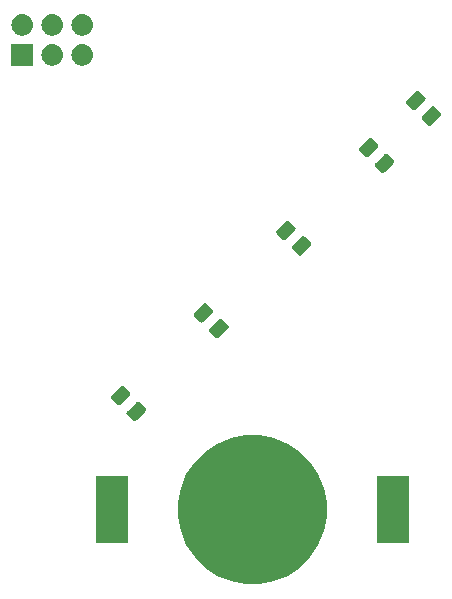
<source format=gbs>
G04 #@! TF.GenerationSoftware,KiCad,Pcbnew,5.1.4-e60b266~84~ubuntu19.04.1*
G04 #@! TF.CreationDate,2019-10-10T20:23:52-06:00*
G04 #@! TF.ProjectId,Christmas Card,43687269-7374-46d6-9173-20436172642e,rev?*
G04 #@! TF.SameCoordinates,Original*
G04 #@! TF.FileFunction,Soldermask,Bot*
G04 #@! TF.FilePolarity,Negative*
%FSLAX46Y46*%
G04 Gerber Fmt 4.6, Leading zero omitted, Abs format (unit mm)*
G04 Created by KiCad (PCBNEW 5.1.4-e60b266~84~ubuntu19.04.1) date 2019-10-10 20:23:52*
%MOMM*%
%LPD*%
G04 APERTURE LIST*
%ADD10C,0.100000*%
G04 APERTURE END LIST*
D10*
G36*
X124337933Y-92941143D02*
G01*
X125484641Y-93416125D01*
X125484643Y-93416126D01*
X125744397Y-93589688D01*
X126516653Y-94105693D01*
X127394307Y-94983347D01*
X128083875Y-96015359D01*
X128558857Y-97162067D01*
X128801000Y-98379404D01*
X128801000Y-99620596D01*
X128558857Y-100837933D01*
X128083875Y-101984641D01*
X127394307Y-103016653D01*
X126516653Y-103894307D01*
X125744397Y-104410312D01*
X125484643Y-104583874D01*
X125484642Y-104583875D01*
X125484641Y-104583875D01*
X124337933Y-105058857D01*
X123120596Y-105301000D01*
X121879404Y-105301000D01*
X120662067Y-105058857D01*
X119515359Y-104583875D01*
X119515358Y-104583875D01*
X119515357Y-104583874D01*
X119255603Y-104410312D01*
X118483347Y-103894307D01*
X117605693Y-103016653D01*
X116916125Y-101984641D01*
X116441143Y-100837933D01*
X116199000Y-99620596D01*
X116199000Y-98379404D01*
X116441143Y-97162067D01*
X116916125Y-96015359D01*
X117605693Y-94983347D01*
X118483347Y-94105693D01*
X119255603Y-93589688D01*
X119515357Y-93416126D01*
X119515359Y-93416125D01*
X120662067Y-92941143D01*
X121879404Y-92699000D01*
X123120596Y-92699000D01*
X124337933Y-92941143D01*
X124337933Y-92941143D01*
G37*
G36*
X135756000Y-101831000D02*
G01*
X133054000Y-101831000D01*
X133054000Y-96169000D01*
X135756000Y-96169000D01*
X135756000Y-101831000D01*
X135756000Y-101831000D01*
G37*
G36*
X111946000Y-101831000D02*
G01*
X109244000Y-101831000D01*
X109244000Y-96169000D01*
X111946000Y-96169000D01*
X111946000Y-101831000D01*
X111946000Y-101831000D01*
G37*
G36*
X112853391Y-89841302D02*
G01*
X112892061Y-89853033D01*
X112927700Y-89872083D01*
X112963706Y-89901632D01*
X113003556Y-89941482D01*
X113003562Y-89941487D01*
X113384339Y-90322264D01*
X113384344Y-90322270D01*
X113424194Y-90362120D01*
X113453743Y-90398126D01*
X113472793Y-90433765D01*
X113484524Y-90472435D01*
X113488484Y-90512653D01*
X113484524Y-90552871D01*
X113472793Y-90591541D01*
X113453743Y-90627180D01*
X113424194Y-90663186D01*
X113384344Y-90703036D01*
X113384339Y-90703042D01*
X112703042Y-91384339D01*
X112703036Y-91384344D01*
X112663186Y-91424194D01*
X112627180Y-91453743D01*
X112591541Y-91472793D01*
X112552871Y-91484524D01*
X112512653Y-91488484D01*
X112472435Y-91484524D01*
X112433765Y-91472793D01*
X112398126Y-91453743D01*
X112362120Y-91424194D01*
X112322270Y-91384344D01*
X112322264Y-91384339D01*
X111941487Y-91003562D01*
X111941482Y-91003556D01*
X111901632Y-90963706D01*
X111872083Y-90927700D01*
X111853033Y-90892061D01*
X111841302Y-90853391D01*
X111837342Y-90813173D01*
X111841302Y-90772955D01*
X111853033Y-90734285D01*
X111872083Y-90698646D01*
X111901632Y-90662640D01*
X111941482Y-90622790D01*
X111941487Y-90622784D01*
X112622784Y-89941487D01*
X112622790Y-89941482D01*
X112662640Y-89901632D01*
X112698646Y-89872083D01*
X112734285Y-89853033D01*
X112772955Y-89841302D01*
X112813173Y-89837342D01*
X112853391Y-89841302D01*
X112853391Y-89841302D01*
G37*
G36*
X111527565Y-88515476D02*
G01*
X111566235Y-88527207D01*
X111601874Y-88546257D01*
X111637880Y-88575806D01*
X111677730Y-88615656D01*
X111677736Y-88615661D01*
X112058513Y-88996438D01*
X112058518Y-88996444D01*
X112098368Y-89036294D01*
X112127917Y-89072300D01*
X112146967Y-89107939D01*
X112158698Y-89146609D01*
X112162658Y-89186827D01*
X112158698Y-89227045D01*
X112146967Y-89265715D01*
X112127917Y-89301354D01*
X112098368Y-89337360D01*
X112058518Y-89377210D01*
X112058513Y-89377216D01*
X111377216Y-90058513D01*
X111377210Y-90058518D01*
X111337360Y-90098368D01*
X111301354Y-90127917D01*
X111265715Y-90146967D01*
X111227045Y-90158698D01*
X111186827Y-90162658D01*
X111146609Y-90158698D01*
X111107939Y-90146967D01*
X111072300Y-90127917D01*
X111036294Y-90098368D01*
X110996444Y-90058518D01*
X110996438Y-90058513D01*
X110615661Y-89677736D01*
X110615656Y-89677730D01*
X110575806Y-89637880D01*
X110546257Y-89601874D01*
X110527207Y-89566235D01*
X110515476Y-89527565D01*
X110511516Y-89487347D01*
X110515476Y-89447129D01*
X110527207Y-89408459D01*
X110546257Y-89372820D01*
X110575806Y-89336814D01*
X110615656Y-89296964D01*
X110615661Y-89296958D01*
X111296958Y-88615661D01*
X111296964Y-88615656D01*
X111336814Y-88575806D01*
X111372820Y-88546257D01*
X111408459Y-88527207D01*
X111447129Y-88515476D01*
X111487347Y-88511516D01*
X111527565Y-88515476D01*
X111527565Y-88515476D01*
G37*
G36*
X119853391Y-82841302D02*
G01*
X119892061Y-82853033D01*
X119927700Y-82872083D01*
X119963706Y-82901632D01*
X120003556Y-82941482D01*
X120003562Y-82941487D01*
X120384339Y-83322264D01*
X120384344Y-83322270D01*
X120424194Y-83362120D01*
X120453743Y-83398126D01*
X120472793Y-83433765D01*
X120484524Y-83472435D01*
X120488484Y-83512653D01*
X120484524Y-83552871D01*
X120472793Y-83591541D01*
X120453743Y-83627180D01*
X120424194Y-83663186D01*
X120384344Y-83703036D01*
X120384339Y-83703042D01*
X119703042Y-84384339D01*
X119703036Y-84384344D01*
X119663186Y-84424194D01*
X119627180Y-84453743D01*
X119591541Y-84472793D01*
X119552871Y-84484524D01*
X119512653Y-84488484D01*
X119472435Y-84484524D01*
X119433765Y-84472793D01*
X119398126Y-84453743D01*
X119362120Y-84424194D01*
X119322270Y-84384344D01*
X119322264Y-84384339D01*
X118941487Y-84003562D01*
X118941482Y-84003556D01*
X118901632Y-83963706D01*
X118872083Y-83927700D01*
X118853033Y-83892061D01*
X118841302Y-83853391D01*
X118837342Y-83813173D01*
X118841302Y-83772955D01*
X118853033Y-83734285D01*
X118872083Y-83698646D01*
X118901632Y-83662640D01*
X118941482Y-83622790D01*
X118941487Y-83622784D01*
X119622784Y-82941487D01*
X119622790Y-82941482D01*
X119662640Y-82901632D01*
X119698646Y-82872083D01*
X119734285Y-82853033D01*
X119772955Y-82841302D01*
X119813173Y-82837342D01*
X119853391Y-82841302D01*
X119853391Y-82841302D01*
G37*
G36*
X118527565Y-81515476D02*
G01*
X118566235Y-81527207D01*
X118601874Y-81546257D01*
X118637880Y-81575806D01*
X118677730Y-81615656D01*
X118677736Y-81615661D01*
X119058513Y-81996438D01*
X119058518Y-81996444D01*
X119098368Y-82036294D01*
X119127917Y-82072300D01*
X119146967Y-82107939D01*
X119158698Y-82146609D01*
X119162658Y-82186827D01*
X119158698Y-82227045D01*
X119146967Y-82265715D01*
X119127917Y-82301354D01*
X119098368Y-82337360D01*
X119058518Y-82377210D01*
X119058513Y-82377216D01*
X118377216Y-83058513D01*
X118377210Y-83058518D01*
X118337360Y-83098368D01*
X118301354Y-83127917D01*
X118265715Y-83146967D01*
X118227045Y-83158698D01*
X118186827Y-83162658D01*
X118146609Y-83158698D01*
X118107939Y-83146967D01*
X118072300Y-83127917D01*
X118036294Y-83098368D01*
X117996444Y-83058518D01*
X117996438Y-83058513D01*
X117615661Y-82677736D01*
X117615656Y-82677730D01*
X117575806Y-82637880D01*
X117546257Y-82601874D01*
X117527207Y-82566235D01*
X117515476Y-82527565D01*
X117511516Y-82487347D01*
X117515476Y-82447129D01*
X117527207Y-82408459D01*
X117546257Y-82372820D01*
X117575806Y-82336814D01*
X117615656Y-82296964D01*
X117615661Y-82296958D01*
X118296958Y-81615661D01*
X118296964Y-81615656D01*
X118336814Y-81575806D01*
X118372820Y-81546257D01*
X118408459Y-81527207D01*
X118447129Y-81515476D01*
X118487347Y-81511516D01*
X118527565Y-81515476D01*
X118527565Y-81515476D01*
G37*
G36*
X126853391Y-75841302D02*
G01*
X126892061Y-75853033D01*
X126927700Y-75872083D01*
X126963706Y-75901632D01*
X127003556Y-75941482D01*
X127003562Y-75941487D01*
X127384339Y-76322264D01*
X127384344Y-76322270D01*
X127424194Y-76362120D01*
X127453743Y-76398126D01*
X127472793Y-76433765D01*
X127484524Y-76472435D01*
X127488484Y-76512653D01*
X127484524Y-76552871D01*
X127472793Y-76591541D01*
X127453743Y-76627180D01*
X127424194Y-76663186D01*
X127384344Y-76703036D01*
X127384339Y-76703042D01*
X126703042Y-77384339D01*
X126703036Y-77384344D01*
X126663186Y-77424194D01*
X126627180Y-77453743D01*
X126591541Y-77472793D01*
X126552871Y-77484524D01*
X126512653Y-77488484D01*
X126472435Y-77484524D01*
X126433765Y-77472793D01*
X126398126Y-77453743D01*
X126362120Y-77424194D01*
X126322270Y-77384344D01*
X126322264Y-77384339D01*
X125941487Y-77003562D01*
X125941482Y-77003556D01*
X125901632Y-76963706D01*
X125872083Y-76927700D01*
X125853033Y-76892061D01*
X125841302Y-76853391D01*
X125837342Y-76813173D01*
X125841302Y-76772955D01*
X125853033Y-76734285D01*
X125872083Y-76698646D01*
X125901632Y-76662640D01*
X125941482Y-76622790D01*
X125941487Y-76622784D01*
X126622784Y-75941487D01*
X126622790Y-75941482D01*
X126662640Y-75901632D01*
X126698646Y-75872083D01*
X126734285Y-75853033D01*
X126772955Y-75841302D01*
X126813173Y-75837342D01*
X126853391Y-75841302D01*
X126853391Y-75841302D01*
G37*
G36*
X125527565Y-74515476D02*
G01*
X125566235Y-74527207D01*
X125601874Y-74546257D01*
X125637880Y-74575806D01*
X125677730Y-74615656D01*
X125677736Y-74615661D01*
X126058513Y-74996438D01*
X126058518Y-74996444D01*
X126098368Y-75036294D01*
X126127917Y-75072300D01*
X126146967Y-75107939D01*
X126158698Y-75146609D01*
X126162658Y-75186827D01*
X126158698Y-75227045D01*
X126146967Y-75265715D01*
X126127917Y-75301354D01*
X126098368Y-75337360D01*
X126058518Y-75377210D01*
X126058513Y-75377216D01*
X125377216Y-76058513D01*
X125377210Y-76058518D01*
X125337360Y-76098368D01*
X125301354Y-76127917D01*
X125265715Y-76146967D01*
X125227045Y-76158698D01*
X125186827Y-76162658D01*
X125146609Y-76158698D01*
X125107939Y-76146967D01*
X125072300Y-76127917D01*
X125036294Y-76098368D01*
X124996444Y-76058518D01*
X124996438Y-76058513D01*
X124615661Y-75677736D01*
X124615656Y-75677730D01*
X124575806Y-75637880D01*
X124546257Y-75601874D01*
X124527207Y-75566235D01*
X124515476Y-75527565D01*
X124511516Y-75487347D01*
X124515476Y-75447129D01*
X124527207Y-75408459D01*
X124546257Y-75372820D01*
X124575806Y-75336814D01*
X124615656Y-75296964D01*
X124615661Y-75296958D01*
X125296958Y-74615661D01*
X125296964Y-74615656D01*
X125336814Y-74575806D01*
X125372820Y-74546257D01*
X125408459Y-74527207D01*
X125447129Y-74515476D01*
X125487347Y-74511516D01*
X125527565Y-74515476D01*
X125527565Y-74515476D01*
G37*
G36*
X133853391Y-68841302D02*
G01*
X133892061Y-68853033D01*
X133927700Y-68872083D01*
X133963706Y-68901632D01*
X134003556Y-68941482D01*
X134003562Y-68941487D01*
X134384339Y-69322264D01*
X134384344Y-69322270D01*
X134424194Y-69362120D01*
X134453743Y-69398126D01*
X134472793Y-69433765D01*
X134484524Y-69472435D01*
X134488484Y-69512653D01*
X134484524Y-69552871D01*
X134472793Y-69591541D01*
X134453743Y-69627180D01*
X134424194Y-69663186D01*
X134384344Y-69703036D01*
X134384339Y-69703042D01*
X133703042Y-70384339D01*
X133703036Y-70384344D01*
X133663186Y-70424194D01*
X133627180Y-70453743D01*
X133591541Y-70472793D01*
X133552871Y-70484524D01*
X133512653Y-70488484D01*
X133472435Y-70484524D01*
X133433765Y-70472793D01*
X133398126Y-70453743D01*
X133362120Y-70424194D01*
X133322270Y-70384344D01*
X133322264Y-70384339D01*
X132941487Y-70003562D01*
X132941482Y-70003556D01*
X132901632Y-69963706D01*
X132872083Y-69927700D01*
X132853033Y-69892061D01*
X132841302Y-69853391D01*
X132837342Y-69813173D01*
X132841302Y-69772955D01*
X132853033Y-69734285D01*
X132872083Y-69698646D01*
X132901632Y-69662640D01*
X132941482Y-69622790D01*
X132941487Y-69622784D01*
X133622784Y-68941487D01*
X133622790Y-68941482D01*
X133662640Y-68901632D01*
X133698646Y-68872083D01*
X133734285Y-68853033D01*
X133772955Y-68841302D01*
X133813173Y-68837342D01*
X133853391Y-68841302D01*
X133853391Y-68841302D01*
G37*
G36*
X132527565Y-67515476D02*
G01*
X132566235Y-67527207D01*
X132601874Y-67546257D01*
X132637880Y-67575806D01*
X132677730Y-67615656D01*
X132677736Y-67615661D01*
X133058513Y-67996438D01*
X133058518Y-67996444D01*
X133098368Y-68036294D01*
X133127917Y-68072300D01*
X133146967Y-68107939D01*
X133158698Y-68146609D01*
X133162658Y-68186827D01*
X133158698Y-68227045D01*
X133146967Y-68265715D01*
X133127917Y-68301354D01*
X133098368Y-68337360D01*
X133058518Y-68377210D01*
X133058513Y-68377216D01*
X132377216Y-69058513D01*
X132377210Y-69058518D01*
X132337360Y-69098368D01*
X132301354Y-69127917D01*
X132265715Y-69146967D01*
X132227045Y-69158698D01*
X132186827Y-69162658D01*
X132146609Y-69158698D01*
X132107939Y-69146967D01*
X132072300Y-69127917D01*
X132036294Y-69098368D01*
X131996444Y-69058518D01*
X131996438Y-69058513D01*
X131615661Y-68677736D01*
X131615656Y-68677730D01*
X131575806Y-68637880D01*
X131546257Y-68601874D01*
X131527207Y-68566235D01*
X131515476Y-68527565D01*
X131511516Y-68487347D01*
X131515476Y-68447129D01*
X131527207Y-68408459D01*
X131546257Y-68372820D01*
X131575806Y-68336814D01*
X131615656Y-68296964D01*
X131615661Y-68296958D01*
X132296958Y-67615661D01*
X132296964Y-67615656D01*
X132336814Y-67575806D01*
X132372820Y-67546257D01*
X132408459Y-67527207D01*
X132447129Y-67515476D01*
X132487347Y-67511516D01*
X132527565Y-67515476D01*
X132527565Y-67515476D01*
G37*
G36*
X137853391Y-64841302D02*
G01*
X137892061Y-64853033D01*
X137927700Y-64872083D01*
X137963706Y-64901632D01*
X138003556Y-64941482D01*
X138003562Y-64941487D01*
X138384339Y-65322264D01*
X138384344Y-65322270D01*
X138424194Y-65362120D01*
X138453743Y-65398126D01*
X138472793Y-65433765D01*
X138484524Y-65472435D01*
X138488484Y-65512653D01*
X138484524Y-65552871D01*
X138472793Y-65591541D01*
X138453743Y-65627180D01*
X138424194Y-65663186D01*
X138384344Y-65703036D01*
X138384339Y-65703042D01*
X137703042Y-66384339D01*
X137703036Y-66384344D01*
X137663186Y-66424194D01*
X137627180Y-66453743D01*
X137591541Y-66472793D01*
X137552871Y-66484524D01*
X137512653Y-66488484D01*
X137472435Y-66484524D01*
X137433765Y-66472793D01*
X137398126Y-66453743D01*
X137362120Y-66424194D01*
X137322270Y-66384344D01*
X137322264Y-66384339D01*
X136941487Y-66003562D01*
X136941482Y-66003556D01*
X136901632Y-65963706D01*
X136872083Y-65927700D01*
X136853033Y-65892061D01*
X136841302Y-65853391D01*
X136837342Y-65813173D01*
X136841302Y-65772955D01*
X136853033Y-65734285D01*
X136872083Y-65698646D01*
X136901632Y-65662640D01*
X136941482Y-65622790D01*
X136941487Y-65622784D01*
X137622784Y-64941487D01*
X137622790Y-64941482D01*
X137662640Y-64901632D01*
X137698646Y-64872083D01*
X137734285Y-64853033D01*
X137772955Y-64841302D01*
X137813173Y-64837342D01*
X137853391Y-64841302D01*
X137853391Y-64841302D01*
G37*
G36*
X136527565Y-63515476D02*
G01*
X136566235Y-63527207D01*
X136601874Y-63546257D01*
X136637880Y-63575806D01*
X136677730Y-63615656D01*
X136677736Y-63615661D01*
X137058513Y-63996438D01*
X137058518Y-63996444D01*
X137098368Y-64036294D01*
X137127917Y-64072300D01*
X137146967Y-64107939D01*
X137158698Y-64146609D01*
X137162658Y-64186827D01*
X137158698Y-64227045D01*
X137146967Y-64265715D01*
X137127917Y-64301354D01*
X137098368Y-64337360D01*
X137058518Y-64377210D01*
X137058513Y-64377216D01*
X136377216Y-65058513D01*
X136377210Y-65058518D01*
X136337360Y-65098368D01*
X136301354Y-65127917D01*
X136265715Y-65146967D01*
X136227045Y-65158698D01*
X136186827Y-65162658D01*
X136146609Y-65158698D01*
X136107939Y-65146967D01*
X136072300Y-65127917D01*
X136036294Y-65098368D01*
X135996444Y-65058518D01*
X135996438Y-65058513D01*
X135615661Y-64677736D01*
X135615656Y-64677730D01*
X135575806Y-64637880D01*
X135546257Y-64601874D01*
X135527207Y-64566235D01*
X135515476Y-64527565D01*
X135511516Y-64487347D01*
X135515476Y-64447129D01*
X135527207Y-64408459D01*
X135546257Y-64372820D01*
X135575806Y-64336814D01*
X135615656Y-64296964D01*
X135615661Y-64296958D01*
X136296958Y-63615661D01*
X136296964Y-63615656D01*
X136336814Y-63575806D01*
X136372820Y-63546257D01*
X136408459Y-63527207D01*
X136447129Y-63515476D01*
X136487347Y-63511516D01*
X136527565Y-63515476D01*
X136527565Y-63515476D01*
G37*
G36*
X105650443Y-59605519D02*
G01*
X105716627Y-59612037D01*
X105886466Y-59663557D01*
X106042991Y-59747222D01*
X106078729Y-59776552D01*
X106180186Y-59859814D01*
X106263448Y-59961271D01*
X106292778Y-59997009D01*
X106376443Y-60153534D01*
X106427963Y-60323373D01*
X106445359Y-60500000D01*
X106427963Y-60676627D01*
X106376443Y-60846466D01*
X106292778Y-61002991D01*
X106263448Y-61038729D01*
X106180186Y-61140186D01*
X106078729Y-61223448D01*
X106042991Y-61252778D01*
X105886466Y-61336443D01*
X105716627Y-61387963D01*
X105650442Y-61394482D01*
X105584260Y-61401000D01*
X105495740Y-61401000D01*
X105429558Y-61394482D01*
X105363373Y-61387963D01*
X105193534Y-61336443D01*
X105037009Y-61252778D01*
X105001271Y-61223448D01*
X104899814Y-61140186D01*
X104816552Y-61038729D01*
X104787222Y-61002991D01*
X104703557Y-60846466D01*
X104652037Y-60676627D01*
X104634641Y-60500000D01*
X104652037Y-60323373D01*
X104703557Y-60153534D01*
X104787222Y-59997009D01*
X104816552Y-59961271D01*
X104899814Y-59859814D01*
X105001271Y-59776552D01*
X105037009Y-59747222D01*
X105193534Y-59663557D01*
X105363373Y-59612037D01*
X105429557Y-59605519D01*
X105495740Y-59599000D01*
X105584260Y-59599000D01*
X105650443Y-59605519D01*
X105650443Y-59605519D01*
G37*
G36*
X108190443Y-59605519D02*
G01*
X108256627Y-59612037D01*
X108426466Y-59663557D01*
X108582991Y-59747222D01*
X108618729Y-59776552D01*
X108720186Y-59859814D01*
X108803448Y-59961271D01*
X108832778Y-59997009D01*
X108916443Y-60153534D01*
X108967963Y-60323373D01*
X108985359Y-60500000D01*
X108967963Y-60676627D01*
X108916443Y-60846466D01*
X108832778Y-61002991D01*
X108803448Y-61038729D01*
X108720186Y-61140186D01*
X108618729Y-61223448D01*
X108582991Y-61252778D01*
X108426466Y-61336443D01*
X108256627Y-61387963D01*
X108190442Y-61394482D01*
X108124260Y-61401000D01*
X108035740Y-61401000D01*
X107969558Y-61394482D01*
X107903373Y-61387963D01*
X107733534Y-61336443D01*
X107577009Y-61252778D01*
X107541271Y-61223448D01*
X107439814Y-61140186D01*
X107356552Y-61038729D01*
X107327222Y-61002991D01*
X107243557Y-60846466D01*
X107192037Y-60676627D01*
X107174641Y-60500000D01*
X107192037Y-60323373D01*
X107243557Y-60153534D01*
X107327222Y-59997009D01*
X107356552Y-59961271D01*
X107439814Y-59859814D01*
X107541271Y-59776552D01*
X107577009Y-59747222D01*
X107733534Y-59663557D01*
X107903373Y-59612037D01*
X107969557Y-59605519D01*
X108035740Y-59599000D01*
X108124260Y-59599000D01*
X108190443Y-59605519D01*
X108190443Y-59605519D01*
G37*
G36*
X103901000Y-61401000D02*
G01*
X102099000Y-61401000D01*
X102099000Y-59599000D01*
X103901000Y-59599000D01*
X103901000Y-61401000D01*
X103901000Y-61401000D01*
G37*
G36*
X108190442Y-57065518D02*
G01*
X108256627Y-57072037D01*
X108426466Y-57123557D01*
X108582991Y-57207222D01*
X108618729Y-57236552D01*
X108720186Y-57319814D01*
X108803448Y-57421271D01*
X108832778Y-57457009D01*
X108916443Y-57613534D01*
X108967963Y-57783373D01*
X108985359Y-57960000D01*
X108967963Y-58136627D01*
X108916443Y-58306466D01*
X108832778Y-58462991D01*
X108803448Y-58498729D01*
X108720186Y-58600186D01*
X108618729Y-58683448D01*
X108582991Y-58712778D01*
X108426466Y-58796443D01*
X108256627Y-58847963D01*
X108190443Y-58854481D01*
X108124260Y-58861000D01*
X108035740Y-58861000D01*
X107969557Y-58854481D01*
X107903373Y-58847963D01*
X107733534Y-58796443D01*
X107577009Y-58712778D01*
X107541271Y-58683448D01*
X107439814Y-58600186D01*
X107356552Y-58498729D01*
X107327222Y-58462991D01*
X107243557Y-58306466D01*
X107192037Y-58136627D01*
X107174641Y-57960000D01*
X107192037Y-57783373D01*
X107243557Y-57613534D01*
X107327222Y-57457009D01*
X107356552Y-57421271D01*
X107439814Y-57319814D01*
X107541271Y-57236552D01*
X107577009Y-57207222D01*
X107733534Y-57123557D01*
X107903373Y-57072037D01*
X107969558Y-57065518D01*
X108035740Y-57059000D01*
X108124260Y-57059000D01*
X108190442Y-57065518D01*
X108190442Y-57065518D01*
G37*
G36*
X105650442Y-57065518D02*
G01*
X105716627Y-57072037D01*
X105886466Y-57123557D01*
X106042991Y-57207222D01*
X106078729Y-57236552D01*
X106180186Y-57319814D01*
X106263448Y-57421271D01*
X106292778Y-57457009D01*
X106376443Y-57613534D01*
X106427963Y-57783373D01*
X106445359Y-57960000D01*
X106427963Y-58136627D01*
X106376443Y-58306466D01*
X106292778Y-58462991D01*
X106263448Y-58498729D01*
X106180186Y-58600186D01*
X106078729Y-58683448D01*
X106042991Y-58712778D01*
X105886466Y-58796443D01*
X105716627Y-58847963D01*
X105650443Y-58854481D01*
X105584260Y-58861000D01*
X105495740Y-58861000D01*
X105429557Y-58854481D01*
X105363373Y-58847963D01*
X105193534Y-58796443D01*
X105037009Y-58712778D01*
X105001271Y-58683448D01*
X104899814Y-58600186D01*
X104816552Y-58498729D01*
X104787222Y-58462991D01*
X104703557Y-58306466D01*
X104652037Y-58136627D01*
X104634641Y-57960000D01*
X104652037Y-57783373D01*
X104703557Y-57613534D01*
X104787222Y-57457009D01*
X104816552Y-57421271D01*
X104899814Y-57319814D01*
X105001271Y-57236552D01*
X105037009Y-57207222D01*
X105193534Y-57123557D01*
X105363373Y-57072037D01*
X105429558Y-57065518D01*
X105495740Y-57059000D01*
X105584260Y-57059000D01*
X105650442Y-57065518D01*
X105650442Y-57065518D01*
G37*
G36*
X103110442Y-57065518D02*
G01*
X103176627Y-57072037D01*
X103346466Y-57123557D01*
X103502991Y-57207222D01*
X103538729Y-57236552D01*
X103640186Y-57319814D01*
X103723448Y-57421271D01*
X103752778Y-57457009D01*
X103836443Y-57613534D01*
X103887963Y-57783373D01*
X103905359Y-57960000D01*
X103887963Y-58136627D01*
X103836443Y-58306466D01*
X103752778Y-58462991D01*
X103723448Y-58498729D01*
X103640186Y-58600186D01*
X103538729Y-58683448D01*
X103502991Y-58712778D01*
X103346466Y-58796443D01*
X103176627Y-58847963D01*
X103110443Y-58854481D01*
X103044260Y-58861000D01*
X102955740Y-58861000D01*
X102889557Y-58854481D01*
X102823373Y-58847963D01*
X102653534Y-58796443D01*
X102497009Y-58712778D01*
X102461271Y-58683448D01*
X102359814Y-58600186D01*
X102276552Y-58498729D01*
X102247222Y-58462991D01*
X102163557Y-58306466D01*
X102112037Y-58136627D01*
X102094641Y-57960000D01*
X102112037Y-57783373D01*
X102163557Y-57613534D01*
X102247222Y-57457009D01*
X102276552Y-57421271D01*
X102359814Y-57319814D01*
X102461271Y-57236552D01*
X102497009Y-57207222D01*
X102653534Y-57123557D01*
X102823373Y-57072037D01*
X102889558Y-57065518D01*
X102955740Y-57059000D01*
X103044260Y-57059000D01*
X103110442Y-57065518D01*
X103110442Y-57065518D01*
G37*
M02*

</source>
